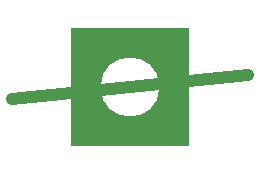
<source format=gbr>
%FSLAX26Y26*%
%MOMM*%
%AMSquareWithHole*
21,1,10,10,0,0,0*
1,0,5,0,0*%
%ADD10SquareWithHole*%
%ADD11C,1*%
G01*
%LPD*%
D11*
X-10000000Y-1000000D02*
X10000000Y1000000D01*
D10*
X0Y0D03*
M02*
</source>
